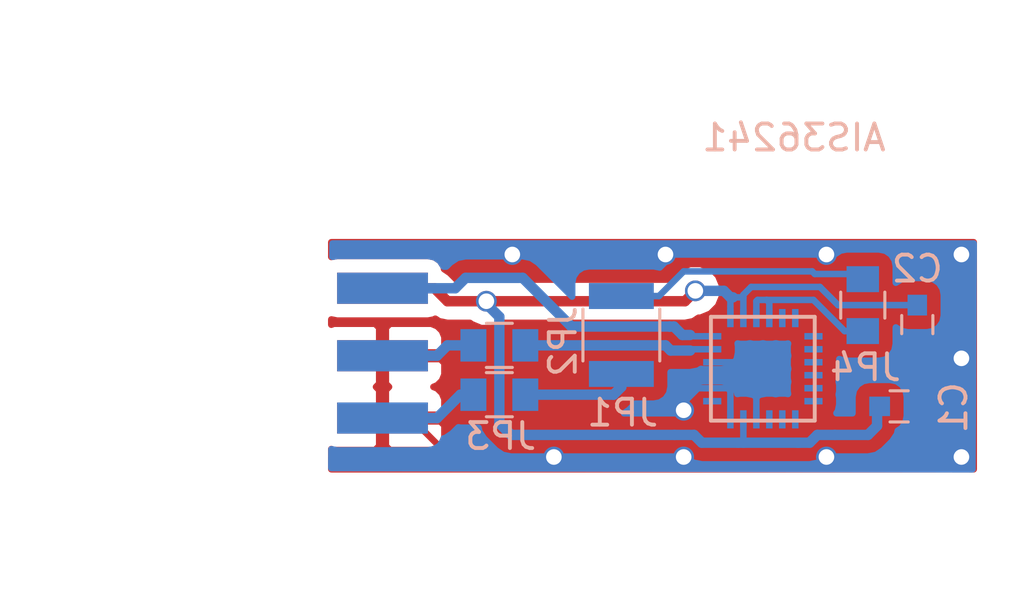
<source format=kicad_pcb>
(kicad_pcb (version 4) (host pcbnew 4.0.7)

  (general
    (links 21)
    (no_connects 0)
    (area 107.214287 47.109523 155.809524 92.175)
    (thickness 1.6)
    (drawings 7)
    (tracks 137)
    (zones 0)
    (modules 13)
    (nets 22)
  )

  (page A4)
  (layers
    (0 F.Cu signal)
    (31 B.Cu signal)
    (32 B.Adhes user)
    (33 F.Adhes user)
    (34 B.Paste user)
    (35 F.Paste user)
    (36 B.SilkS user)
    (37 F.SilkS user)
    (38 B.Mask user)
    (39 F.Mask user)
    (40 Dwgs.User user)
    (41 Cmts.User user)
    (42 Eco1.User user)
    (43 Eco2.User user)
    (44 Edge.Cuts user)
    (45 Margin user)
    (46 B.CrtYd user)
    (47 F.CrtYd user)
    (48 B.Fab user)
    (49 F.Fab user)
  )

  (setup
    (last_trace_width 0.25)
    (user_trace_width 0.3)
    (user_trace_width 0.4)
    (user_trace_width 0.5)
    (user_trace_width 0.6)
    (user_trace_width 0.7)
    (user_trace_width 0.8)
    (trace_clearance 0.2)
    (zone_clearance 0.508)
    (zone_45_only no)
    (trace_min 0.2)
    (segment_width 0.2)
    (edge_width 0.15)
    (via_size 0.6)
    (via_drill 0.4)
    (via_min_size 0.4)
    (via_min_drill 0.3)
    (user_via 0.8 0.6)
    (user_via 1.3 0.8)
    (uvia_size 0.3)
    (uvia_drill 0.1)
    (uvias_allowed no)
    (uvia_min_size 0.2)
    (uvia_min_drill 0.1)
    (pcb_text_width 0.3)
    (pcb_text_size 1.5 1.5)
    (mod_edge_width 0.15)
    (mod_text_size 1 1)
    (mod_text_width 0.15)
    (pad_size 0.8 0.75)
    (pad_drill 0)
    (pad_to_mask_clearance 0.2)
    (aux_axis_origin 0 0)
    (visible_elements 7FFFF7FF)
    (pcbplotparams
      (layerselection 0x00030_80000001)
      (usegerberextensions false)
      (excludeedgelayer true)
      (linewidth 0.100000)
      (plotframeref false)
      (viasonmask true)
      (mode 1)
      (useauxorigin false)
      (hpglpennumber 1)
      (hpglpenspeed 20)
      (hpglpendiameter 15)
      (hpglpenoverlay 2)
      (psnegative false)
      (psa4output false)
      (plotreference true)
      (plotvalue true)
      (plotinvisibletext false)
      (padsonsilk false)
      (subtractmaskfromsilk false)
      (outputformat 2)
      (mirror false)
      (drillshape 0)
      (scaleselection 1)
      (outputdirectory Cuivres/))
  )

  (net 0 "")
  (net 1 "Net-(AIS36241-Pad1)")
  (net 2 "Net-(AIS36241-Pad2)")
  (net 3 "Net-(AIS36241-Pad3)")
  (net 4 GNDREF)
  (net 5 /VDD)
  (net 6 "Net-(AIS36241-Pad7)")
  (net 7 /SCLK)
  (net 8 /CS/SCL)
  (net 9 /Miso/Mosi)
  (net 10 "Net-(AIS36241-Pad17)")
  (net 11 "Net-(AIS36241-Pad18)")
  (net 12 "Net-(AIS36241-Pad19)")
  (net 13 "Net-(AIS36241-Pad20)")
  (net 14 "Net-(AIS36241-Pad21)")
  (net 15 "Net-(AIS36241-Pad22)")
  (net 16 "Net-(AIS36241-Pad23)")
  (net 17 "Net-(AIS36241-Pad24)")
  (net 18 "Net-(J5-Pad1)")
  (net 19 "Net-(J6-Pad1)")
  (net 20 "Net-(JP1-Pad2)")
  (net 21 "Net-(JP1-Pad1)")

  (net_class Default "Ceci est la Netclass par défaut"
    (clearance 0.2)
    (trace_width 0.25)
    (via_dia 0.6)
    (via_drill 0.4)
    (uvia_dia 0.3)
    (uvia_drill 0.1)
    (add_net /CS/SCL)
    (add_net /Miso/Mosi)
    (add_net /SCLK)
    (add_net /VDD)
    (add_net GNDREF)
    (add_net "Net-(AIS36241-Pad1)")
    (add_net "Net-(AIS36241-Pad17)")
    (add_net "Net-(AIS36241-Pad18)")
    (add_net "Net-(AIS36241-Pad19)")
    (add_net "Net-(AIS36241-Pad2)")
    (add_net "Net-(AIS36241-Pad20)")
    (add_net "Net-(AIS36241-Pad21)")
    (add_net "Net-(AIS36241-Pad22)")
    (add_net "Net-(AIS36241-Pad23)")
    (add_net "Net-(AIS36241-Pad24)")
    (add_net "Net-(AIS36241-Pad3)")
    (add_net "Net-(AIS36241-Pad7)")
    (add_net "Net-(J5-Pad1)")
    (add_net "Net-(J6-Pad1)")
    (add_net "Net-(JP1-Pad1)")
    (add_net "Net-(JP1-Pad2)")
  )

  (net_class 1 ""
    (clearance 0.2)
    (trace_width 0.5)
    (via_dia 1.2)
    (via_drill 0.8)
    (uvia_dia 0.3)
    (uvia_drill 0.1)
  )

  (module DIY_KICAD_FOOTPRINT_LIBRARY:ADIS3624DQ (layer B.Cu) (tedit 5BC5A138) (tstamp 5BBC77F5)
    (at 138.75 78 90)
    (path /5BBC7853)
    (fp_text reference AIS36241 (at 8.9 1.2 360) (layer B.SilkS)
      (effects (font (size 1 1) (thickness 0.15)) (justify mirror))
    )
    (fp_text value AIS3624DQTR (at 7.2 1.25 360) (layer B.Fab)
      (effects (font (size 1 1) (thickness 0.15)) (justify mirror))
    )
    (fp_line (start 2 2) (end -2 2) (layer B.SilkS) (width 0.15))
    (fp_line (start -2 2) (end -2 -2) (layer B.SilkS) (width 0.15))
    (fp_line (start -2 -2) (end 2 -2) (layer B.SilkS) (width 0.15))
    (fp_line (start 2 -2) (end 2 2) (layer B.SilkS) (width 0.15))
    (pad 1 smd rect (at -1.95 1.25 90) (size 0.7 0.25) (layers B.Cu B.Paste B.Mask)
      (net 1 "Net-(AIS36241-Pad1)"))
    (pad 2 smd rect (at -1.95 0.75 90) (size 0.7 0.25) (layers B.Cu B.Paste B.Mask)
      (net 2 "Net-(AIS36241-Pad2)"))
    (pad 3 smd rect (at -1.95 0.25 90) (size 0.7 0.25) (layers B.Cu B.Paste B.Mask)
      (net 3 "Net-(AIS36241-Pad3)"))
    (pad 4 smd rect (at -1.95 -0.25 90) (size 0.7 0.25) (layers B.Cu B.Paste B.Mask)
      (net 4 GNDREF))
    (pad 5 smd rect (at -1.95 -0.75 90) (size 0.7 0.25) (layers B.Cu B.Paste B.Mask)
      (net 5 /VDD))
    (pad 6 smd rect (at -1.95 -1.25 90) (size 0.7 0.25) (layers B.Cu B.Paste B.Mask)
      (net 4 GNDREF))
    (pad 7 smd rect (at -1.25 -1.95 180) (size 0.7 0.25) (layers B.Cu B.Paste B.Mask)
      (net 6 "Net-(AIS36241-Pad7)"))
    (pad 8 smd rect (at -0.75 -1.95 180) (size 0.7 0.25) (layers B.Cu B.Paste B.Mask)
      (net 4 GNDREF))
    (pad 9 smd rect (at -0.25 -1.95 180) (size 0.7 0.25) (layers B.Cu B.Paste B.Mask)
      (net 4 GNDREF))
    (pad 10 smd rect (at 0.25 -1.95 180) (size 0.7 0.25) (layers B.Cu B.Paste B.Mask)
      (net 4 GNDREF))
    (pad 11 smd rect (at 0.75 -1.95 180) (size 0.7 0.25) (layers B.Cu B.Paste B.Mask)
      (net 7 /SCLK))
    (pad 12 smd rect (at 1.25 -1.95 180) (size 0.7 0.25) (layers B.Cu B.Paste B.Mask)
      (net 8 /CS/SCL))
    (pad 13 smd rect (at 1.95 -1.25 90) (size 0.7 0.25) (layers B.Cu B.Paste B.Mask)
      (net 5 /VDD))
    (pad 14 smd rect (at 1.95 -0.75 90) (size 0.7 0.25) (layers B.Cu B.Paste B.Mask)
      (net 5 /VDD))
    (pad 15 smd rect (at 1.95 -0.25 90) (size 0.7 0.25) (layers B.Cu B.Paste B.Mask)
      (net 9 /Miso/Mosi))
    (pad 16 smd rect (at 1.95 0.25 90) (size 0.7 0.25) (layers B.Cu B.Paste B.Mask)
      (net 9 /Miso/Mosi))
    (pad 17 smd rect (at 1.95 0.75 90) (size 0.7 0.25) (layers B.Cu B.Paste B.Mask)
      (net 10 "Net-(AIS36241-Pad17)"))
    (pad 18 smd rect (at 1.95 1.25 90) (size 0.7 0.25) (layers B.Cu B.Paste B.Mask)
      (net 11 "Net-(AIS36241-Pad18)"))
    (pad 19 smd rect (at 1.25 1.95) (size 0.7 0.25) (layers B.Cu B.Paste B.Mask)
      (net 12 "Net-(AIS36241-Pad19)"))
    (pad 20 smd rect (at 0.75 1.95) (size 0.7 0.25) (layers B.Cu B.Paste B.Mask)
      (net 13 "Net-(AIS36241-Pad20)"))
    (pad 21 smd rect (at 0.25 1.95) (size 0.7 0.25) (layers B.Cu B.Paste B.Mask)
      (net 14 "Net-(AIS36241-Pad21)"))
    (pad 22 smd rect (at -0.25 1.95) (size 0.7 0.25) (layers B.Cu B.Paste B.Mask)
      (net 15 "Net-(AIS36241-Pad22)"))
    (pad 23 smd rect (at -0.75 1.95) (size 0.7 0.25) (layers B.Cu B.Paste B.Mask)
      (net 16 "Net-(AIS36241-Pad23)"))
    (pad 24 smd rect (at -1.25 1.95) (size 0.7 0.25) (layers B.Cu B.Paste B.Mask)
      (net 17 "Net-(AIS36241-Pad24)"))
  )

  (module Capacitors_SMD:C_0603 (layer B.Cu) (tedit 5BC5A092) (tstamp 5BBC7BA2)
    (at 144.7 76.3 270)
    (descr "Capacitor SMD 0603, reflow soldering, AVX (see smccp.pdf)")
    (tags "capacitor 0603")
    (path /5BBC8138)
    (attr smd)
    (fp_text reference C2 (at -2.15 0 540) (layer B.SilkS)
      (effects (font (size 1 1) (thickness 0.15)) (justify mirror))
    )
    (fp_text value 10uF (at -0.5 -1.3 270) (layer B.Fab)
      (effects (font (size 1 1) (thickness 0.15)) (justify mirror))
    )
    (fp_line (start 1.4 -0.65) (end -1.4 -0.65) (layer B.CrtYd) (width 0.05))
    (fp_line (start 1.4 -0.65) (end 1.4 0.65) (layer B.CrtYd) (width 0.05))
    (fp_line (start -1.4 0.65) (end -1.4 -0.65) (layer B.CrtYd) (width 0.05))
    (fp_line (start -1.4 0.65) (end 1.4 0.65) (layer B.CrtYd) (width 0.05))
    (fp_line (start 0.35 -0.6) (end -0.35 -0.6) (layer B.SilkS) (width 0.12))
    (fp_line (start -0.35 0.6) (end 0.35 0.6) (layer B.SilkS) (width 0.12))
    (fp_line (start -0.8 0.4) (end 0.8 0.4) (layer B.Fab) (width 0.1))
    (fp_line (start 0.8 0.4) (end 0.8 -0.4) (layer B.Fab) (width 0.1))
    (fp_line (start 0.8 -0.4) (end -0.8 -0.4) (layer B.Fab) (width 0.1))
    (fp_line (start -0.8 -0.4) (end -0.8 0.4) (layer B.Fab) (width 0.1))
    (fp_text user %R (at 0 0 270) (layer B.Fab)
      (effects (font (size 0.3 0.3) (thickness 0.075)) (justify mirror))
    )
    (pad 2 smd rect (at 0.75 0 270) (size 0.8 0.75) (layers B.Cu B.Paste B.Mask)
      (net 4 GNDREF))
    (pad 1 smd rect (at -0.75 0 270) (size 0.8 0.75) (layers B.Cu B.Paste B.Mask)
      (net 5 /VDD))
    (model Capacitors_SMD.3dshapes/C_0603.wrl
      (at (xyz 0 0 0))
      (scale (xyz 1 1 1))
      (rotate (xyz 0 0 0))
    )
  )

  (module Capacitors_SMD:C_0603 (layer B.Cu) (tedit 5BC5A078) (tstamp 5BBC7B9D)
    (at 144 79.45)
    (descr "Capacitor SMD 0603, reflow soldering, AVX (see smccp.pdf)")
    (tags "capacitor 0603")
    (path /5BBC817A)
    (attr smd)
    (fp_text reference C1 (at 2.1 0.05 270) (layer B.SilkS)
      (effects (font (size 1 1) (thickness 0.15)) (justify mirror))
    )
    (fp_text value 100nF (at -0.2 1.3 180) (layer B.Fab)
      (effects (font (size 1 1) (thickness 0.15)) (justify mirror))
    )
    (fp_line (start 1.4 -0.65) (end -1.4 -0.65) (layer B.CrtYd) (width 0.05))
    (fp_line (start 1.4 -0.65) (end 1.4 0.65) (layer B.CrtYd) (width 0.05))
    (fp_line (start -1.4 0.65) (end -1.4 -0.65) (layer B.CrtYd) (width 0.05))
    (fp_line (start -1.4 0.65) (end 1.4 0.65) (layer B.CrtYd) (width 0.05))
    (fp_line (start 0.35 -0.6) (end -0.35 -0.6) (layer B.SilkS) (width 0.12))
    (fp_line (start -0.35 0.6) (end 0.35 0.6) (layer B.SilkS) (width 0.12))
    (fp_line (start -0.8 0.4) (end 0.8 0.4) (layer B.Fab) (width 0.1))
    (fp_line (start 0.8 0.4) (end 0.8 -0.4) (layer B.Fab) (width 0.1))
    (fp_line (start 0.8 -0.4) (end -0.8 -0.4) (layer B.Fab) (width 0.1))
    (fp_line (start -0.8 -0.4) (end -0.8 0.4) (layer B.Fab) (width 0.1))
    (fp_text user %R (at 0 0 180) (layer B.Fab)
      (effects (font (size 0.3 0.3) (thickness 0.075)) (justify mirror))
    )
    (pad 2 smd rect (at 0.75 0) (size 0.8 0.75) (layers B.Cu B.Paste B.Mask)
      (net 4 GNDREF))
    (pad 1 smd rect (at -0.75 0) (size 0.8 0.75) (layers B.Cu B.Paste B.Mask)
      (net 5 /VDD))
    (model Capacitors_SMD.3dshapes/C_0603.wrl
      (at (xyz 0 0 0))
      (scale (xyz 1 1 1))
      (rotate (xyz 0 0 0))
    )
  )

  (module DIY_KICAD_FOOTPRINT_LIBRARY:pastilles_CMS_rect_1,2_3,5 (layer F.Cu) (tedit 5BBDD7F7) (tstamp 5BC45998)
    (at 124.1 74.9)
    (path /5BC45929)
    (fp_text reference J1 (at -2.5 -2.5) (layer F.SilkS) hide
      (effects (font (size 1 1) (thickness 0.15)))
    )
    (fp_text value Conn_01x01 (at -1 -4) (layer F.Fab) hide
      (effects (font (size 1 1) (thickness 0.15)))
    )
    (pad 1 smd rect (at 0 0 90) (size 1.2 3.5) (layers F.Cu F.Paste F.Mask)
      (net 5 /VDD))
  )

  (module DIY_KICAD_FOOTPRINT_LIBRARY:pastilles_CMS_rect_1,2_3,5 (layer F.Cu) (tedit 5BC5A118) (tstamp 5BC4599D)
    (at 124.1 79.9)
    (path /5BC45967)
    (fp_text reference J2 (at -13.65 -11.55) (layer F.SilkS) hide
      (effects (font (size 1 1) (thickness 0.15)))
    )
    (fp_text value Conn_01x01 (at -9.7 -9.7) (layer F.Fab) hide
      (effects (font (size 1 1) (thickness 0.15)))
    )
    (pad 1 smd rect (at 0 0 90) (size 1.2 3.5) (layers F.Cu F.Paste F.Mask)
      (net 4 GNDREF))
  )

  (module DIY_KICAD_FOOTPRINT_LIBRARY:pastilles_CMS_rect_1,2_3,5 (layer F.Cu) (tedit 5BC5A0F2) (tstamp 5BC459A2)
    (at 124.1 77.5)
    (path /5BC45986)
    (fp_text reference J3 (at -10.2 -9.2) (layer F.SilkS) hide
      (effects (font (size 1 1) (thickness 0.15)))
    )
    (fp_text value Conn_01x01 (at -19.15 -4.6) (layer F.Fab) hide
      (effects (font (size 1 1) (thickness 0.15)))
    )
    (pad 1 smd rect (at 0 0 90) (size 1.2 3.5) (layers F.Cu F.Paste F.Mask)
      (net 4 GNDREF))
  )

  (module DIY_KICAD_FOOTPRINT_LIBRARY:pastilles_CMS_rect_1,2_3,5 (layer F.Cu) (tedit 5BC459BC) (tstamp 5BC459A7)
    (at 124.1 74.9)
    (path /5BC459A8)
    (fp_text reference J4 (at -2.5 -2.5) (layer F.SilkS) hide
      (effects (font (size 1 1) (thickness 0.15)))
    )
    (fp_text value Conn_01x01 (at -1 -4) (layer F.Fab) hide
      (effects (font (size 1 1) (thickness 0.15)))
    )
    (pad 1 smd rect (at 0 0 90) (size 1.2 3.5) (layers B.Cu F.Paste F.Mask)
      (net 8 /CS/SCL))
  )

  (module DIY_KICAD_FOOTPRINT_LIBRARY:pastilles_CMS_rect_1,2_3,5 (layer F.Cu) (tedit 5BC460B9) (tstamp 5BC459AC)
    (at 124.1 77.5)
    (path /5BC459F9)
    (fp_text reference J5 (at -11.1 -9.2) (layer F.SilkS) hide
      (effects (font (size 1 1) (thickness 0.15)))
    )
    (fp_text value Conn_01x01 (at -8.7 -8) (layer F.Fab) hide
      (effects (font (size 1 1) (thickness 0.15)))
    )
    (pad 1 smd rect (at 0 0 90) (size 1.2 3.5) (layers B.Cu F.Paste F.Mask)
      (net 18 "Net-(J5-Pad1)"))
  )

  (module DIY_KICAD_FOOTPRINT_LIBRARY:pastilles_CMS_rect_1,2_3,5 (layer F.Cu) (tedit 5BC5A108) (tstamp 5BC459B1)
    (at 124.1 79.9)
    (path /5BC45A21)
    (fp_text reference J6 (at -16.85 -9.85) (layer F.SilkS) hide
      (effects (font (size 1 1) (thickness 0.15)))
    )
    (fp_text value Conn_01x01 (at -9.3 -9.1) (layer F.Fab) hide
      (effects (font (size 1 1) (thickness 0.15)))
    )
    (pad 1 smd rect (at 0 0 90) (size 1.2 3.5) (layers B.Cu F.Paste F.Mask)
      (net 19 "Net-(J6-Pad1)"))
  )

  (module Capacitors_SMD:C_0805 (layer B.Cu) (tedit 5BC5A110) (tstamp 5BC45E35)
    (at 128.6 77.1)
    (descr "Capacitor SMD 0805, reflow soldering, AVX (see smccp.pdf)")
    (tags "capacitor 0805")
    (path /5BC46186)
    (attr smd)
    (fp_text reference JP2 (at 2.45 -0.15 90) (layer B.SilkS)
      (effects (font (size 1 1) (thickness 0.15)) (justify mirror))
    )
    (fp_text value Jumper (at 2.3 7.45 180) (layer B.Fab) hide
      (effects (font (size 1 1) (thickness 0.15)) (justify mirror))
    )
    (fp_text user %R (at 2.45 -0.15 90) (layer B.Fab)
      (effects (font (size 1 1) (thickness 0.15)) (justify mirror))
    )
    (fp_line (start -1 -0.62) (end -1 0.62) (layer B.Fab) (width 0.1))
    (fp_line (start 1 -0.62) (end -1 -0.62) (layer B.Fab) (width 0.1))
    (fp_line (start 1 0.62) (end 1 -0.62) (layer B.Fab) (width 0.1))
    (fp_line (start -1 0.62) (end 1 0.62) (layer B.Fab) (width 0.1))
    (fp_line (start 0.5 0.85) (end -0.5 0.85) (layer B.SilkS) (width 0.12))
    (fp_line (start -0.5 -0.85) (end 0.5 -0.85) (layer B.SilkS) (width 0.12))
    (fp_line (start -1.75 0.88) (end 1.75 0.88) (layer B.CrtYd) (width 0.05))
    (fp_line (start -1.75 0.88) (end -1.75 -0.87) (layer B.CrtYd) (width 0.05))
    (fp_line (start 1.75 -0.87) (end 1.75 0.88) (layer B.CrtYd) (width 0.05))
    (fp_line (start 1.75 -0.87) (end -1.75 -0.87) (layer B.CrtYd) (width 0.05))
    (pad 1 smd rect (at -1 0) (size 1 1.25) (layers B.Cu B.Paste B.Mask)
      (net 18 "Net-(J5-Pad1)"))
    (pad 2 smd rect (at 1 0) (size 1 1.25) (layers B.Cu B.Paste B.Mask)
      (net 7 /SCLK))
    (model Capacitors_SMD.3dshapes/C_0805.wrl
      (at (xyz 0 0 0))
      (scale (xyz 1 1 1))
      (rotate (xyz 0 0 0))
    )
  )

  (module Capacitors_SMD:C_0805 (layer B.Cu) (tedit 5BC5A0CD) (tstamp 5BC466D5)
    (at 128.6 79 180)
    (descr "Capacitor SMD 0805, reflow soldering, AVX (see smccp.pdf)")
    (tags "capacitor 0805")
    (path /5BC467B7)
    (attr smd)
    (fp_text reference JP3 (at -0.05 -1.6 180) (layer B.SilkS)
      (effects (font (size 1 1) (thickness 0.15)) (justify mirror))
    )
    (fp_text value Jumper (at -2.35 -5.65 360) (layer B.Fab) hide
      (effects (font (size 1 1) (thickness 0.15)) (justify mirror))
    )
    (fp_text user %R (at -0.05 -1.6 180) (layer B.Fab)
      (effects (font (size 1 1) (thickness 0.15)) (justify mirror))
    )
    (fp_line (start -1 -0.62) (end -1 0.62) (layer B.Fab) (width 0.1))
    (fp_line (start 1 -0.62) (end -1 -0.62) (layer B.Fab) (width 0.1))
    (fp_line (start 1 0.62) (end 1 -0.62) (layer B.Fab) (width 0.1))
    (fp_line (start -1 0.62) (end 1 0.62) (layer B.Fab) (width 0.1))
    (fp_line (start 0.5 0.85) (end -0.5 0.85) (layer B.SilkS) (width 0.12))
    (fp_line (start -0.5 -0.85) (end 0.5 -0.85) (layer B.SilkS) (width 0.12))
    (fp_line (start -1.75 0.88) (end 1.75 0.88) (layer B.CrtYd) (width 0.05))
    (fp_line (start -1.75 0.88) (end -1.75 -0.87) (layer B.CrtYd) (width 0.05))
    (fp_line (start 1.75 -0.87) (end 1.75 0.88) (layer B.CrtYd) (width 0.05))
    (fp_line (start 1.75 -0.87) (end -1.75 -0.87) (layer B.CrtYd) (width 0.05))
    (pad 1 smd rect (at -1 0 180) (size 1 1.25) (layers B.Cu B.Paste B.Mask)
      (net 20 "Net-(JP1-Pad2)"))
    (pad 2 smd rect (at 1 0 180) (size 1 1.25) (layers B.Cu B.Paste B.Mask)
      (net 19 "Net-(J6-Pad1)"))
    (model Capacitors_SMD.3dshapes/C_0805.wrl
      (at (xyz 0 0 0))
      (scale (xyz 1 1 1))
      (rotate (xyz 0 0 0))
    )
  )

  (module Capacitors_SMD:C_1210 (layer B.Cu) (tedit 5BC5A0BF) (tstamp 5BC4A635)
    (at 133.3 76.7 270)
    (descr "Capacitor SMD 1210, reflow soldering, AVX (see smccp.pdf)")
    (tags "capacitor 1210")
    (path /5BC45F84)
    (attr smd)
    (fp_text reference JP1 (at 3 -0.05 360) (layer B.SilkS)
      (effects (font (size 1 1) (thickness 0.15)) (justify mirror))
    )
    (fp_text value Jumper (at 7.9 2.4 360) (layer B.Fab) hide
      (effects (font (size 1 1) (thickness 0.15)) (justify mirror))
    )
    (fp_text user %R (at 3 -0.05 360) (layer B.Fab)
      (effects (font (size 1 1) (thickness 0.15)) (justify mirror))
    )
    (fp_line (start -1.6 -1.25) (end -1.6 1.25) (layer B.Fab) (width 0.1))
    (fp_line (start 1.6 -1.25) (end -1.6 -1.25) (layer B.Fab) (width 0.1))
    (fp_line (start 1.6 1.25) (end 1.6 -1.25) (layer B.Fab) (width 0.1))
    (fp_line (start -1.6 1.25) (end 1.6 1.25) (layer B.Fab) (width 0.1))
    (fp_line (start 1 1.48) (end -1 1.48) (layer B.SilkS) (width 0.12))
    (fp_line (start -1 -1.48) (end 1 -1.48) (layer B.SilkS) (width 0.12))
    (fp_line (start -2.25 1.5) (end 2.25 1.5) (layer B.CrtYd) (width 0.05))
    (fp_line (start -2.25 1.5) (end -2.25 -1.5) (layer B.CrtYd) (width 0.05))
    (fp_line (start 2.25 -1.5) (end 2.25 1.5) (layer B.CrtYd) (width 0.05))
    (fp_line (start 2.25 -1.5) (end -2.25 -1.5) (layer B.CrtYd) (width 0.05))
    (pad 1 smd rect (at -1.5 0 270) (size 1 2.5) (layers B.Cu B.Paste B.Mask)
      (net 21 "Net-(JP1-Pad1)"))
    (pad 2 smd rect (at 1.5 0 270) (size 1 2.5) (layers B.Cu B.Paste B.Mask)
      (net 20 "Net-(JP1-Pad2)"))
    (model Capacitors_SMD.3dshapes/C_1210.wrl
      (at (xyz 0 0 0))
      (scale (xyz 1 1 1))
      (rotate (xyz 0 0 0))
    )
  )

  (module Capacitors_SMD:C_0805 (layer B.Cu) (tedit 5BC5A0E5) (tstamp 5BC4B0D4)
    (at 142.6 75.55 90)
    (descr "Capacitor SMD 0805, reflow soldering, AVX (see smccp.pdf)")
    (tags "capacitor 0805")
    (path /5BC4B0E2)
    (attr smd)
    (fp_text reference JP4 (at -2.4 0.1 180) (layer B.SilkS)
      (effects (font (size 1 1) (thickness 0.15)) (justify mirror))
    )
    (fp_text value Jumper (at -9.05 -11.65 180) (layer B.Fab) hide
      (effects (font (size 1 1) (thickness 0.15)) (justify mirror))
    )
    (fp_text user %R (at -2.4 0.1 180) (layer B.Fab)
      (effects (font (size 1 1) (thickness 0.15)) (justify mirror))
    )
    (fp_line (start -1 -0.62) (end -1 0.62) (layer B.Fab) (width 0.1))
    (fp_line (start 1 -0.62) (end -1 -0.62) (layer B.Fab) (width 0.1))
    (fp_line (start 1 0.62) (end 1 -0.62) (layer B.Fab) (width 0.1))
    (fp_line (start -1 0.62) (end 1 0.62) (layer B.Fab) (width 0.1))
    (fp_line (start 0.5 0.85) (end -0.5 0.85) (layer B.SilkS) (width 0.12))
    (fp_line (start -0.5 -0.85) (end 0.5 -0.85) (layer B.SilkS) (width 0.12))
    (fp_line (start -1.75 0.88) (end 1.75 0.88) (layer B.CrtYd) (width 0.05))
    (fp_line (start -1.75 0.88) (end -1.75 -0.87) (layer B.CrtYd) (width 0.05))
    (fp_line (start 1.75 -0.87) (end 1.75 0.88) (layer B.CrtYd) (width 0.05))
    (fp_line (start 1.75 -0.87) (end -1.75 -0.87) (layer B.CrtYd) (width 0.05))
    (pad 1 smd rect (at -1 0 90) (size 1 1.25) (layers B.Cu B.Paste B.Mask)
      (net 9 /Miso/Mosi))
    (pad 2 smd rect (at 1 0 90) (size 1 1.25) (layers B.Cu B.Paste B.Mask)
      (net 21 "Net-(JP1-Pad1)"))
    (model Capacitors_SMD.3dshapes/C_0805.wrl
      (at (xyz 0 0 0))
      (scale (xyz 1 1 1))
      (rotate (xyz 0 0 0))
    )
  )

  (dimension 8 (width 0.3) (layer F.Fab)
    (gr_text "8,000 mm" (at 145 89.5) (layer F.Fab)
      (effects (font (size 1.5 1.5) (thickness 0.3)))
    )
    (feature1 (pts (xy 139 83.75) (xy 139 88.45)))
    (feature2 (pts (xy 147 83.75) (xy 147 88.45)))
    (crossbar (pts (xy 147 85.75) (xy 139 85.75)))
    (arrow1a (pts (xy 139 85.75) (xy 140.126504 85.163579)))
    (arrow1b (pts (xy 139 85.75) (xy 140.126504 86.336421)))
    (arrow2a (pts (xy 147 85.75) (xy 145.873496 85.163579)))
    (arrow2b (pts (xy 147 85.75) (xy 145.873496 86.336421)))
  )
  (gr_line (start 147 73) (end 122 73) (angle 90) (layer F.Fab) (width 0.2))
  (gr_line (start 147 82) (end 147 73) (angle 90) (layer F.Fab) (width 0.2))
  (gr_line (start 122 82) (end 147 82) (angle 90) (layer F.Fab) (width 0.2))
  (gr_line (start 122 73) (end 122 82) (angle 90) (layer F.Fab) (width 0.2))
  (dimension 25 (width 0.3) (layer F.Fab)
    (gr_text "25,000 mm" (at 135 63) (layer F.Fab)
      (effects (font (size 1.5 1.5) (thickness 0.3)))
    )
    (feature1 (pts (xy 147 70) (xy 147 64.3)))
    (feature2 (pts (xy 122 70) (xy 122 64.3)))
    (crossbar (pts (xy 122 67) (xy 147 67)))
    (arrow1a (pts (xy 147 67) (xy 145.873496 67.586421)))
    (arrow1b (pts (xy 147 67) (xy 145.873496 66.413579)))
    (arrow2a (pts (xy 122 67) (xy 123.126504 67.586421)))
    (arrow2b (pts (xy 122 67) (xy 123.126504 66.413579)))
  )
  (dimension 9 (width 0.3) (layer F.Fab)
    (gr_text "9,000 mm" (at 113 78 270) (layer F.Fab)
      (effects (font (size 1.5 1.5) (thickness 0.3)))
    )
    (feature1 (pts (xy 121 82) (xy 114.3 82)))
    (feature2 (pts (xy 121 73) (xy 114.3 73)))
    (crossbar (pts (xy 117 73) (xy 117 82)))
    (arrow1a (pts (xy 117 82) (xy 116.413579 80.873496)))
    (arrow1b (pts (xy 117 82) (xy 117.586421 80.873496)))
    (arrow2a (pts (xy 117 73) (xy 116.413579 74.126504)))
    (arrow2b (pts (xy 117 73) (xy 117.586421 74.126504)))
  )

  (segment (start 137.5 79.95) (end 137.5 78.75) (width 0.25) (layer B.Cu) (net 4))
  (segment (start 137.45 78.8) (end 137.45 78.75) (width 0.25) (layer B.Cu) (net 4) (tstamp 5BC4B24B))
  (segment (start 137.5 78.75) (end 137.45 78.8) (width 0.25) (layer B.Cu) (net 4) (tstamp 5BC4B249))
  (segment (start 136.8 78.75) (end 137.45 78.75) (width 0.25) (layer B.Cu) (net 4))
  (segment (start 137.45 78.75) (end 138.5 78.75) (width 0.25) (layer B.Cu) (net 4) (tstamp 5BC4B24C))
  (segment (start 138.5 78.75) (end 138.45 78.75) (width 0.25) (layer B.Cu) (net 4) (tstamp 5BC4B23F))
  (segment (start 138.45 78.75) (end 138.5 78.75) (width 0.25) (layer B.Cu) (net 4) (tstamp 5BC4B246))
  (segment (start 136.8 78.25) (end 137.95 78.25) (width 0.25) (layer B.Cu) (net 4))
  (segment (start 137.95 78.25) (end 138.2 78) (width 0.25) (layer B.Cu) (net 4) (tstamp 5BC4B22F))
  (segment (start 136.8 77.75) (end 137.95 77.75) (width 0.25) (layer B.Cu) (net 4))
  (segment (start 137.95 77.75) (end 138.2 78) (width 0.25) (layer B.Cu) (net 4) (tstamp 5BC4B22B))
  (segment (start 138.5 78.3) (end 138.5 78.75) (width 0.25) (layer B.Cu) (net 4) (tstamp 5BC4B22C))
  (segment (start 138.2 78) (end 138.5 78.3) (width 0.25) (layer B.Cu) (net 4) (tstamp 5BC4B234))
  (segment (start 138.5 78.75) (end 138.5 79.95) (width 0.25) (layer B.Cu) (net 4) (tstamp 5BC4B247))
  (segment (start 136.8 78.25) (end 136.1 78.25) (width 0.25) (layer B.Cu) (net 4))
  (segment (start 135.7 78.65) (end 135.7 79.6) (width 0.25) (layer B.Cu) (net 4) (tstamp 5BC4B228))
  (segment (start 136.1 78.25) (end 135.7 78.65) (width 0.25) (layer B.Cu) (net 4) (tstamp 5BC4B227))
  (segment (start 136.8 78.75) (end 136.25 78.75) (width 0.25) (layer B.Cu) (net 4))
  (segment (start 135.7 79.3) (end 135.7 79.6) (width 0.25) (layer B.Cu) (net 4) (tstamp 5BC4B21C))
  (segment (start 136.25 78.75) (end 135.7 79.3) (width 0.25) (layer B.Cu) (net 4) (tstamp 5BC4B21B))
  (segment (start 144.75 79.45) (end 144.75 78.5) (width 0.4) (layer B.Cu) (net 4))
  (segment (start 144.75 78.5) (end 145.2 78.05) (width 0.4) (layer B.Cu) (net 4) (tstamp 5BC4B209))
  (segment (start 144.7 77.05) (end 144.7 77.65) (width 0.4) (layer B.Cu) (net 4))
  (segment (start 145.95 78.05) (end 146.4 77.6) (width 0.4) (layer B.Cu) (net 4) (tstamp 5BC4B206))
  (segment (start 145.1 78.05) (end 145.2 78.05) (width 0.4) (layer B.Cu) (net 4) (tstamp 5BC4B205))
  (segment (start 145.2 78.05) (end 145.95 78.05) (width 0.4) (layer B.Cu) (net 4) (tstamp 5BC4B20C))
  (segment (start 144.7 77.65) (end 145.1 78.05) (width 0.4) (layer B.Cu) (net 4) (tstamp 5BC4B204))
  (segment (start 135.75 79.65) (end 135.7 79.6) (width 0.25) (layer B.Cu) (net 4) (tstamp 5BC4687B))
  (via (at 135.7 79.6) (size 0.8) (drill 0.6) (layers F.Cu B.Cu) (net 4))
  (segment (start 135.7 79.6) (end 135.7 81.4) (width 0.25) (layer F.Cu) (net 4))
  (segment (start 124.1 79.9) (end 125.2 79.9) (width 0.25) (layer F.Cu) (net 4))
  (segment (start 125.2 79.9) (end 126.7 81.4) (width 0.25) (layer F.Cu) (net 4) (tstamp 5BC45C35))
  (segment (start 126.7 81.4) (end 130.7 81.4) (width 0.25) (layer F.Cu) (net 4) (tstamp 5BC45C39))
  (via (at 130.7 81.4) (size 0.8) (drill 0.6) (layers F.Cu B.Cu) (net 4))
  (segment (start 130.7 81.4) (end 135.7 81.4) (width 0.25) (layer B.Cu) (net 4) (tstamp 5BC45C3E))
  (via (at 135.7 81.4) (size 0.8) (drill 0.6) (layers F.Cu B.Cu) (net 4))
  (segment (start 135.7 81.4) (end 141.2 81.4) (width 0.25) (layer F.Cu) (net 4) (tstamp 5BC45C41))
  (via (at 146.4 77.6) (size 0.8) (drill 0.6) (layers F.Cu B.Cu) (net 4))
  (segment (start 146.4 81.4) (end 146.4 77.6) (width 0.25) (layer F.Cu) (net 4) (tstamp 5BC45C49))
  (via (at 146.4 81.4) (size 0.8) (drill 0.6) (layers F.Cu B.Cu) (net 4))
  (segment (start 141.2 81.4) (end 146.4 81.4) (width 0.25) (layer B.Cu) (net 4) (tstamp 5BC45C46))
  (via (at 141.2 81.4) (size 0.8) (drill 0.6) (layers F.Cu B.Cu) (net 4))
  (segment (start 146.4 77.6) (end 146.4 73.6) (width 0.25) (layer B.Cu) (net 4) (tstamp 5BC45C4C))
  (via (at 146.4 73.6) (size 0.8) (drill 0.6) (layers F.Cu B.Cu) (net 4))
  (segment (start 146.4 73.6) (end 141.2 73.6) (width 0.25) (layer F.Cu) (net 4) (tstamp 5BC45C51))
  (via (at 141.2 73.6) (size 0.8) (drill 0.6) (layers F.Cu B.Cu) (net 4))
  (segment (start 141.2 73.6) (end 135 73.6) (width 0.25) (layer B.Cu) (net 4) (tstamp 5BC45C5D))
  (via (at 135 73.6) (size 0.8) (drill 0.6) (layers F.Cu B.Cu) (net 4))
  (segment (start 135 73.6) (end 129.1 73.6) (width 0.25) (layer F.Cu) (net 4) (tstamp 5BC45C65))
  (via (at 129.1 73.6) (size 0.8) (drill 0.6) (layers F.Cu B.Cu) (net 4))
  (segment (start 135.35 80.55) (end 129.05 80.55) (width 0.4) (layer B.Cu) (net 5))
  (segment (start 128.1 75.5) (end 128.6 76) (width 0.4) (layer B.Cu) (net 5) (tstamp 5BC4A860))
  (via (at 128.1 75.4) (size 0.8) (drill 0.6) (layers F.Cu B.Cu) (net 5))
  (segment (start 128.1 75.4) (end 128.1 75.5) (width 0.4) (layer B.Cu) (net 5))
  (segment (start 128.6 80.1) (end 128.6 76) (width 0.4) (layer B.Cu) (net 5) (tstamp 5BC4A87F))
  (segment (start 129 80.5) (end 128.6 80.1) (width 0.4) (layer B.Cu) (net 5) (tstamp 5BC4A87D))
  (segment (start 137.8 80.85) (end 138 80.85) (width 0.4) (layer B.Cu) (net 5) (tstamp 5BC4AE58))
  (segment (start 136.1 80.55) (end 136.4 80.85) (width 0.4) (layer B.Cu) (net 5) (tstamp 5BC4ADB1))
  (segment (start 135.35 80.55) (end 136.1 80.55) (width 0.4) (layer B.Cu) (net 5) (tstamp 5BC4ADAF))
  (segment (start 136.4 80.85) (end 137.8 80.85) (width 0.4) (layer B.Cu) (net 5) (tstamp 5BC4ADB3))
  (segment (start 129.05 80.55) (end 129 80.5) (width 0.4) (layer B.Cu) (net 5) (tstamp 5BC59F92))
  (segment (start 141.525002 80.55) (end 142.8 80.55) (width 0.4) (layer B.Cu) (net 5))
  (segment (start 140.1 80.85) (end 140.55 80.85) (width 0.4) (layer B.Cu) (net 5))
  (segment (start 140.85 80.55) (end 141.525002 80.55) (width 0.4) (layer B.Cu) (net 5) (tstamp 5BC4ADCB))
  (segment (start 140.55 80.85) (end 140.85 80.55) (width 0.4) (layer B.Cu) (net 5) (tstamp 5BC4ADC2))
  (segment (start 143.15 80.2) (end 143.15 79.55) (width 0.4) (layer B.Cu) (net 5))
  (segment (start 142.8 80.55) (end 143.15 80.2) (width 0.4) (layer B.Cu) (net 5) (tstamp 5BC59F77))
  (segment (start 128.1 75.4) (end 135.75 75.4) (width 0.4) (layer F.Cu) (net 5))
  (segment (start 137.5 75.25) (end 137.6 75.25) (width 0.4) (layer B.Cu) (net 5) (tstamp 5BC4B2C5))
  (segment (start 137.25 75) (end 137.5 75.25) (width 0.4) (layer B.Cu) (net 5) (tstamp 5BC4B2BE))
  (segment (start 137.05 75) (end 137.25 75) (width 0.4) (layer B.Cu) (net 5) (tstamp 5BC4B2BD))
  (segment (start 136.2 75) (end 137.05 75) (width 0.4) (layer B.Cu) (net 5) (tstamp 5BC4B2BC))
  (segment (start 136.15 75) (end 136.2 75) (width 0.4) (layer B.Cu) (net 5) (tstamp 5BC4B2BB))
  (via (at 136.15 75) (size 0.8) (drill 0.6) (layers F.Cu B.Cu) (net 5))
  (segment (start 135.75 75.4) (end 136.15 75) (width 0.4) (layer F.Cu) (net 5) (tstamp 5BC4B2B6))
  (segment (start 138 79.95) (end 138 80.85) (width 0.25) (layer B.Cu) (net 5))
  (segment (start 138 80.85) (end 138 80.8) (width 0.25) (layer B.Cu) (net 5) (tstamp 5BC4B216))
  (segment (start 138 80.8) (end 138 80.85) (width 0.25) (layer B.Cu) (net 5) (tstamp 5BC4B218))
  (segment (start 143.15 79.55) (end 143.25 79.45) (width 0.4) (layer B.Cu) (net 5) (tstamp 5BC4B201))
  (segment (start 137.5 76.05) (end 137.5 75.6) (width 0.25) (layer B.Cu) (net 5))
  (segment (start 137.5 75.6) (end 137.5 75.35) (width 0.25) (layer B.Cu) (net 5) (tstamp 5BC4B1D8))
  (segment (start 137.5 75.35) (end 137.6 75.25) (width 0.25) (layer B.Cu) (net 5) (tstamp 5BC4B1D9))
  (segment (start 137.6 75.25) (end 138 75.25) (width 0.25) (layer B.Cu) (net 5) (tstamp 5BC4B1DC))
  (segment (start 144.7 75.55) (end 141.65 75.55) (width 0.25) (layer B.Cu) (net 5))
  (segment (start 138 75.15) (end 138 75.25) (width 0.25) (layer B.Cu) (net 5) (tstamp 5BC4B1D4))
  (segment (start 138 75.25) (end 138 76.05) (width 0.25) (layer B.Cu) (net 5) (tstamp 5BC4B1DF))
  (segment (start 138.3 74.85) (end 138 75.15) (width 0.25) (layer B.Cu) (net 5) (tstamp 5BC4B1D3))
  (segment (start 140.95 74.85) (end 138.3 74.85) (width 0.25) (layer B.Cu) (net 5) (tstamp 5BC4B1CD))
  (segment (start 141.65 75.55) (end 140.95 74.85) (width 0.25) (layer B.Cu) (net 5) (tstamp 5BC4B1C9))
  (segment (start 138 80.85) (end 140.1 80.85) (width 0.4) (layer B.Cu) (net 5) (tstamp 5BC4B219))
  (segment (start 140.1 80.85) (end 140.15 80.85) (width 0.4) (layer B.Cu) (net 5) (tstamp 5BC4ADC0))
  (segment (start 126.1 74.9) (end 124.1 74.9) (width 0.4) (layer F.Cu) (net 5))
  (segment (start 126.1 74.9) (end 126.6 75.4) (width 0.4) (layer F.Cu) (net 5) (tstamp 5BC4A770))
  (segment (start 126.6 75.4) (end 128.1 75.4) (width 0.4) (layer F.Cu) (net 5) (tstamp 5BC4A771))
  (segment (start 136.8 77.25) (end 136 77.25) (width 0.25) (layer B.Cu) (net 7))
  (segment (start 135.2 77.3) (end 135.95 77.3) (width 0.4) (layer B.Cu) (net 7) (tstamp 5BC4B257))
  (segment (start 135 77.1) (end 129.6 77.1) (width 0.4) (layer B.Cu) (net 7))
  (segment (start 135 77.1) (end 135.2 77.3) (width 0.4) (layer B.Cu) (net 7))
  (segment (start 136 77.25) (end 135.95 77.3) (width 0.25) (layer B.Cu) (net 7) (tstamp 5BC4B26E))
  (segment (start 135.95 76.699998) (end 135.65 76.699998) (width 0.4) (layer B.Cu) (net 8))
  (segment (start 135.325002 76.375) (end 135.65 76.699998) (width 0.4) (layer B.Cu) (net 8) (tstamp 5BC4B291))
  (segment (start 135.325 76.375) (end 135.15 76.375) (width 0.4) (layer B.Cu) (net 8))
  (segment (start 135.325 76.375) (end 135.325002 76.375) (width 0.4) (layer B.Cu) (net 8))
  (segment (start 136.8 76.75) (end 136.1 76.75) (width 0.25) (layer B.Cu) (net 8))
  (segment (start 131.375 76.375) (end 135.15 76.375) (width 0.4) (layer B.Cu) (net 8))
  (segment (start 135.15 76.375) (end 135.175 76.375) (width 0.4) (layer B.Cu) (net 8) (tstamp 5BC4B261))
  (segment (start 126.9 74.9) (end 127.3 74.5) (width 0.4) (layer B.Cu) (net 8) (tstamp 5BC4A7E5))
  (segment (start 127.3 74.5) (end 129.5 74.5) (width 0.4) (layer B.Cu) (net 8) (tstamp 5BC4A7E6))
  (segment (start 129.5 74.5) (end 131.375 76.375) (width 0.4) (layer B.Cu) (net 8) (tstamp 5BC4A7E7))
  (segment (start 131.375 76.375) (end 131.375735 76.375735) (width 0.4) (layer B.Cu) (net 8) (tstamp 5BC4A920))
  (segment (start 124.1 74.9) (end 126.9 74.9) (width 0.4) (layer B.Cu) (net 8))
  (segment (start 142.6 76.55) (end 141.9 76.55) (width 0.25) (layer B.Cu) (net 9))
  (segment (start 140.7 75.35) (end 138.9 75.35) (width 0.25) (layer B.Cu) (net 9) (tstamp 5BC4B1C5))
  (segment (start 141.9 76.55) (end 140.7 75.35) (width 0.25) (layer B.Cu) (net 9) (tstamp 5BC4B1C4))
  (segment (start 138.5 76.05) (end 138.5 75.4) (width 0.25) (layer B.Cu) (net 9))
  (segment (start 139 75.45) (end 139 76.05) (width 0.25) (layer B.Cu) (net 9) (tstamp 5BC4B172))
  (segment (start 138.9 75.35) (end 139 75.45) (width 0.25) (layer B.Cu) (net 9) (tstamp 5BC4B171))
  (segment (start 138.55 75.35) (end 138.9 75.35) (width 0.25) (layer B.Cu) (net 9) (tstamp 5BC4B170))
  (segment (start 138.5 75.4) (end 138.55 75.35) (width 0.25) (layer B.Cu) (net 9) (tstamp 5BC4B16F))
  (segment (start 127.6 77.1) (end 126.6 77.1) (width 0.4) (layer B.Cu) (net 18))
  (segment (start 126.2 77.5) (end 124.1 77.5) (width 0.4) (layer B.Cu) (net 18) (tstamp 5BC4A89D))
  (segment (start 126.6 77.1) (end 126.2 77.5) (width 0.4) (layer B.Cu) (net 18) (tstamp 5BC4A89C))
  (segment (start 124.2 77.4) (end 124.1 77.5) (width 0.4) (layer B.Cu) (net 18) (tstamp 5BC4643A))
  (segment (start 127.6 79) (end 127.1 79) (width 0.4) (layer B.Cu) (net 19))
  (segment (start 127.1 79) (end 126.2 79.9) (width 0.4) (layer B.Cu) (net 19) (tstamp 5BC4A8A0))
  (segment (start 126.2 79.9) (end 124.1 79.9) (width 0.4) (layer B.Cu) (net 19) (tstamp 5BC4A8A1))
  (segment (start 124.2 80) (end 124.1 79.9) (width 0.4) (layer B.Cu) (net 19) (tstamp 5BC4A505))
  (segment (start 129.6 79) (end 133 79) (width 0.4) (layer B.Cu) (net 20))
  (segment (start 133 79) (end 133.3 78.7) (width 0.4) (layer B.Cu) (net 20) (tstamp 5BC4A8B2))
  (segment (start 133.3 78.7) (end 133.3 78.2) (width 0.4) (layer B.Cu) (net 20) (tstamp 5BC4A8B3))
  (segment (start 133.3 75.2) (end 134.75 75.2) (width 0.25) (layer B.Cu) (net 21) (status 400000))
  (segment (start 140.750002 74.35) (end 142.4 74.35) (width 0.25) (layer B.Cu) (net 21) (tstamp 5BC5A015) (status 800000))
  (segment (start 140.650002 74.25) (end 140.750002 74.35) (width 0.25) (layer B.Cu) (net 21) (tstamp 5BC5A010))
  (segment (start 135.7 74.25) (end 140.650002 74.25) (width 0.25) (layer B.Cu) (net 21) (tstamp 5BC5A00B))
  (segment (start 134.75 75.2) (end 135.7 74.25) (width 0.25) (layer B.Cu) (net 21) (tstamp 5BC5A007))
  (segment (start 142.4 74.35) (end 142.6 74.55) (width 0.25) (layer B.Cu) (net 21) (tstamp 5BC5A01C) (status C00000))
  (segment (start 142.4 74.35) (end 142.6 74.55) (width 0.25) (layer B.Cu) (net 21) (tstamp 5BC4B1C1))

  (zone (net 4) (net_name GNDREF) (layer F.Cu) (tstamp 5BC468B9) (hatch edge 0.508)
    (connect_pads (clearance 0.508))
    (min_thickness 0.254)
    (fill yes (arc_segments 16) (thermal_gap 0.508) (thermal_bridge_width 0.508))
    (polygon
      (pts
        (xy 147 82) (xy 122 82) (xy 122 73) (xy 147 73)
      )
    )
    (filled_polygon
      (pts
        (xy 146.873 81.873) (xy 122.127 81.873) (xy 122.127 81.09495) (xy 122.22369 81.135) (xy 123.81425 81.135)
        (xy 123.973 80.97625) (xy 123.973 80.027) (xy 124.227 80.027) (xy 124.227 80.97625) (xy 124.38575 81.135)
        (xy 125.97631 81.135) (xy 126.209699 81.038327) (xy 126.388327 80.859698) (xy 126.485 80.626309) (xy 126.485 80.18575)
        (xy 126.32625 80.027) (xy 124.227 80.027) (xy 123.973 80.027) (xy 123.953 80.027) (xy 123.953 79.773)
        (xy 123.973 79.773) (xy 123.973 78.82375) (xy 123.84925 78.7) (xy 123.973 78.57625) (xy 123.973 77.627)
        (xy 124.227 77.627) (xy 124.227 78.57625) (xy 124.35075 78.7) (xy 124.227 78.82375) (xy 124.227 79.773)
        (xy 126.32625 79.773) (xy 126.485 79.61425) (xy 126.485 79.173691) (xy 126.388327 78.940302) (xy 126.209699 78.761673)
        (xy 126.060807 78.7) (xy 126.209699 78.638327) (xy 126.388327 78.459698) (xy 126.485 78.226309) (xy 126.485 77.78575)
        (xy 126.32625 77.627) (xy 124.227 77.627) (xy 123.973 77.627) (xy 123.953 77.627) (xy 123.953 77.373)
        (xy 123.973 77.373) (xy 123.973 76.42375) (xy 124.227 76.42375) (xy 124.227 77.373) (xy 126.32625 77.373)
        (xy 126.485 77.21425) (xy 126.485 76.773691) (xy 126.388327 76.540302) (xy 126.209699 76.361673) (xy 125.97631 76.265)
        (xy 124.38575 76.265) (xy 124.227 76.42375) (xy 123.973 76.42375) (xy 123.81425 76.265) (xy 122.22369 76.265)
        (xy 122.127 76.30505) (xy 122.127 76.102281) (xy 122.35 76.14744) (xy 125.85 76.14744) (xy 126.085317 76.103162)
        (xy 126.132671 76.07269) (xy 126.28046 76.17144) (xy 126.6 76.235) (xy 127.471108 76.235) (xy 127.512954 76.276919)
        (xy 127.893223 76.43482) (xy 128.304971 76.435179) (xy 128.685515 76.277942) (xy 128.728532 76.235) (xy 135.75 76.235)
        (xy 136.069541 76.171439) (xy 136.273575 76.035108) (xy 136.354971 76.035179) (xy 136.735515 75.877942) (xy 137.026919 75.587046)
        (xy 137.18482 75.206777) (xy 137.185179 74.795029) (xy 137.027942 74.414485) (xy 136.737046 74.123081) (xy 136.356777 73.96518)
        (xy 135.945029 73.964821) (xy 135.564485 74.122058) (xy 135.273081 74.412954) (xy 135.209946 74.565) (xy 128.728892 74.565)
        (xy 128.687046 74.523081) (xy 128.306777 74.36518) (xy 127.895029 74.364821) (xy 127.514485 74.522058) (xy 127.471468 74.565)
        (xy 126.945868 74.565) (xy 126.690434 74.309566) (xy 126.676117 74.3) (xy 126.471745 74.163443) (xy 126.453162 74.064683)
        (xy 126.31409 73.848559) (xy 126.10189 73.703569) (xy 125.85 73.65256) (xy 122.35 73.65256) (xy 122.127 73.69452)
        (xy 122.127 73.127) (xy 146.873 73.127)
      )
    )
  )
  (zone (net 4) (net_name GNDREF) (layer B.Cu) (tstamp 5BC4B405) (hatch edge 0.508)
    (connect_pads thru_hole_only (clearance 0.508))
    (min_thickness 0.254)
    (fill yes (arc_segments 16) (thermal_gap 0.508) (thermal_bridge_width 0.508))
    (polygon
      (pts
        (xy 147 73.05) (xy 146.95 82) (xy 122 81.95) (xy 122.049721 73.05)
      )
    )
    (filled_polygon
      (pts
        (xy 146.823709 81.872746) (xy 122.12771 81.823255) (xy 122.131732 81.10324) (xy 122.35 81.14744) (xy 125.85 81.14744)
        (xy 126.085317 81.103162) (xy 126.301441 80.96409) (xy 126.446431 80.75189) (xy 126.460338 80.683215) (xy 126.519541 80.671439)
        (xy 126.790434 80.490434) (xy 127.023849 80.257019) (xy 127.1 80.27244) (xy 127.799301 80.27244) (xy 127.828561 80.419541)
        (xy 127.895379 80.519541) (xy 128.009566 80.690434) (xy 128.459566 81.140434) (xy 128.73046 81.32144) (xy 129.05 81.385)
        (xy 135.754132 81.385) (xy 135.809566 81.440434) (xy 136.080459 81.621439) (xy 136.4 81.685) (xy 140.55 81.685)
        (xy 140.869541 81.621439) (xy 141.140434 81.440434) (xy 141.195868 81.385) (xy 142.8 81.385) (xy 143.119541 81.321439)
        (xy 143.390434 81.140434) (xy 143.740434 80.790434) (xy 143.92144 80.51954) (xy 143.947586 80.388093) (xy 144.101441 80.28909)
        (xy 144.246431 80.07689) (xy 144.29744 79.825) (xy 144.29744 79.075) (xy 144.253162 78.839683) (xy 144.11409 78.623559)
        (xy 143.90189 78.478569) (xy 143.65 78.42756) (xy 142.85 78.42756) (xy 142.614683 78.471838) (xy 142.398559 78.61091)
        (xy 142.253569 78.82311) (xy 142.20256 79.075) (xy 142.20256 79.715) (xy 141.586228 79.715) (xy 141.646431 79.62689)
        (xy 141.69744 79.375) (xy 141.69744 79.125) (xy 141.673056 78.995411) (xy 141.69744 78.875) (xy 141.69744 78.625)
        (xy 141.673056 78.495411) (xy 141.69744 78.375) (xy 141.69744 78.125) (xy 141.673056 77.995411) (xy 141.69744 77.875)
        (xy 141.69744 77.628891) (xy 141.72311 77.646431) (xy 141.975 77.69744) (xy 143.225 77.69744) (xy 143.460317 77.653162)
        (xy 143.676441 77.51409) (xy 143.821431 77.30189) (xy 143.87244 77.05) (xy 143.87244 76.409319) (xy 144.07311 76.546431)
        (xy 144.325 76.59744) (xy 145.075 76.59744) (xy 145.310317 76.553162) (xy 145.526441 76.41409) (xy 145.671431 76.20189)
        (xy 145.72244 75.95) (xy 145.72244 75.15) (xy 145.678162 74.914683) (xy 145.53909 74.698559) (xy 145.32689 74.553569)
        (xy 145.075 74.50256) (xy 144.325 74.50256) (xy 144.089683 74.546838) (xy 143.873559 74.68591) (xy 143.87244 74.687548)
        (xy 143.87244 74.05) (xy 143.828162 73.814683) (xy 143.68909 73.598559) (xy 143.47689 73.453569) (xy 143.225 73.40256)
        (xy 141.975 73.40256) (xy 141.739683 73.446838) (xy 141.523559 73.58591) (xy 141.520764 73.59) (xy 141.00392 73.59)
        (xy 140.940841 73.547852) (xy 140.650002 73.49) (xy 135.7 73.49) (xy 135.409161 73.547852) (xy 135.162599 73.712599)
        (xy 134.776725 74.098473) (xy 134.55 74.05256) (xy 132.05 74.05256) (xy 131.814683 74.096838) (xy 131.598559 74.23591)
        (xy 131.453569 74.44811) (xy 131.40256 74.7) (xy 131.40256 75.221692) (xy 130.090434 73.909566) (xy 129.819541 73.728561)
        (xy 129.5 73.665) (xy 127.3 73.665) (xy 126.980459 73.728561) (xy 126.709566 73.909566) (xy 126.554132 74.065)
        (xy 126.453222 74.065) (xy 126.453162 74.064683) (xy 126.31409 73.848559) (xy 126.10189 73.703569) (xy 125.85 73.65256)
        (xy 122.35 73.65256) (xy 122.17317 73.685833) (xy 122.176013 73.177) (xy 146.872289 73.177)
      )
    )
    (filled_polygon
      (pts
        (xy 139.375 77.04744) (xy 139.625 77.04744) (xy 139.721961 77.029196) (xy 139.70256 77.125) (xy 139.70256 77.375)
        (xy 139.726944 77.504589) (xy 139.70256 77.625) (xy 139.70256 77.875) (xy 139.726944 78.004589) (xy 139.70256 78.125)
        (xy 139.70256 78.375) (xy 139.726944 78.504589) (xy 139.70256 78.625) (xy 139.70256 78.875) (xy 139.720804 78.971961)
        (xy 139.625 78.95256) (xy 139.375 78.95256) (xy 139.245411 78.976944) (xy 139.125 78.95256) (xy 138.875 78.95256)
        (xy 138.639683 78.996838) (xy 138.499273 79.08719) (xy 138.37689 79.003569) (xy 138.125 78.95256) (xy 137.875 78.95256)
        (xy 137.768755 78.972551) (xy 137.753162 78.889683) (xy 137.61409 78.673559) (xy 137.40189 78.528569) (xy 137.15 78.47756)
        (xy 136.45 78.47756) (xy 136.214683 78.521838) (xy 135.998559 78.66091) (xy 135.853569 78.87311) (xy 135.80256 79.125)
        (xy 135.80256 79.375) (xy 135.846838 79.610317) (xy 135.9142 79.715) (xy 133.404008 79.715) (xy 133.590434 79.590434)
        (xy 133.833428 79.34744) (xy 134.55 79.34744) (xy 134.785317 79.303162) (xy 135.001441 79.16409) (xy 135.146431 78.95189)
        (xy 135.19744 78.7) (xy 135.19744 78.134491) (xy 135.2 78.135) (xy 135.95 78.135) (xy 136.269541 78.071439)
        (xy 136.361491 78.01) (xy 136.388569 78.01) (xy 136.45 78.02244) (xy 137.15 78.02244) (xy 137.385317 77.978162)
        (xy 137.601441 77.83909) (xy 137.746431 77.62689) (xy 137.79744 77.375) (xy 137.79744 77.125) (xy 137.779196 77.028039)
        (xy 137.875 77.04744) (xy 138.125 77.04744) (xy 138.254589 77.023056) (xy 138.375 77.04744) (xy 138.625 77.04744)
        (xy 138.754589 77.023056) (xy 138.875 77.04744) (xy 139.125 77.04744) (xy 139.254589 77.023056)
      )
    )
  )
  (zone (net 4) (net_name GNDREF) (layer B.Cu) (tstamp 5BC4B41B) (hatch edge 0.508)
    (connect_pads (clearance 0.508))
    (min_thickness 0.254)
    (fill yes (arc_segments 16) (thermal_gap 0.508) (thermal_bridge_width 0.508))
    (polygon
      (pts
        (xy 122 73.05) (xy 122.05 73) (xy 122.049721 73.05)
      )
    )
  )
)

</source>
